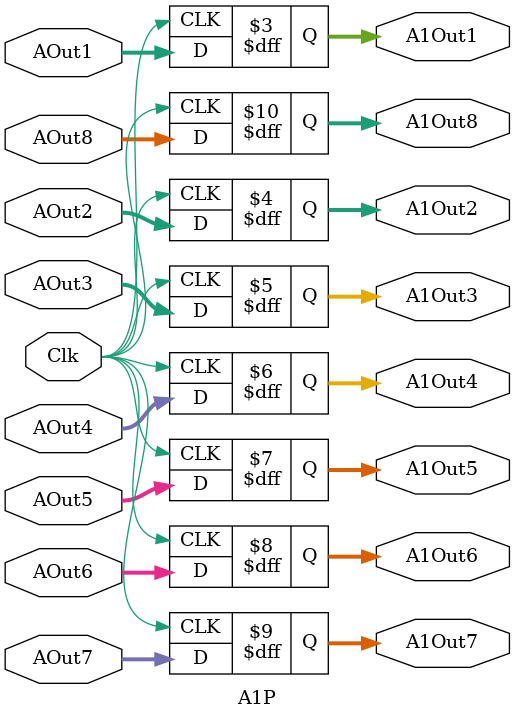
<source format=v>
`timescale 1ns / 1ps


module A1P(AOut1,AOut2,AOut3,AOut4,AOut5,AOut6,AOut7,AOut8,
            A1Out1,A1Out2,A1Out3,A1Out4,A1Out5,A1Out6,A1Out7,A1Out8,Clk);
    input Clk;
    input [7:0] AOut1,AOut2,AOut3,AOut4,AOut5,AOut6,AOut7,AOut8;    
    output reg [7:0] A1Out1,A1Out2,A1Out3,A1Out4,A1Out5,A1Out6,A1Out7,A1Out8;
    
    initial begin
            A1Out1 <= 0;
            A1Out2 <= 0;
            A1Out3 <= 0;
            A1Out4 <= 0;
            A1Out5 <= 0;
            A1Out6 <= 0;
            A1Out7 <= 0;
            A1Out8 <= 0;
    end
    
    always@(posedge Clk) begin
        A1Out1 <= AOut1;
        A1Out2 <= AOut2;
        A1Out3 <= AOut3;
        A1Out4 <= AOut4;
        A1Out5 <= AOut5;
        A1Out6 <= AOut6;
        A1Out7 <= AOut7;
        A1Out8 <= AOut8;
    end
endmodule

</source>
